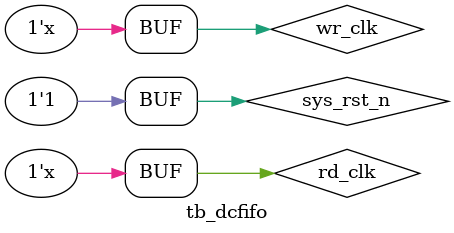
<source format=v>
`timescale  1ns/1ns
module  tb_dcfifo();

reg             wr_clk     ;
reg             wr_req     ;
reg     [7:0]   wr_data    ;
reg             rd_clk     ;
reg             rd_req     ;
                         
wire            wr_full    ;
wire            wr_empty   ;
wire    [8:0]   wr_usedw   ;
wire            rd_full    ;
wire            rd_empty   ;
wire    [7:0]   rd_usedw   ;
wire    [15:0]  rd_data    ;

reg             sys_rst_n  ;

initial begin

    wr_clk = 1'b1;
    rd_clk = 1'b1;
    sys_rst_n <= 1'b0;
    #20
    sys_rst_n <= 1'b1;

end

always #10  wr_clk = ~wr_clk;
always #20  rd_clk = ~rd_clk;

reg     [1:0]   cnt;

reg            wrfull_reg0    ;
reg            wrfull_reg1    ;


always@(posedge wr_clk or negedge sys_rst_n)
    if(sys_rst_n == 1'b0)
        cnt <= 2'd0;
    else    if(cnt == 2'd3)
        cnt <= 2'd0;
    else
        cnt <= cnt + 1'b1;
        
always@(posedge wr_clk or negedge sys_rst_n)
    if(sys_rst_n == 1'b0)        
        wr_req <= 1'b0;
    else    if(cnt == 2'd0 && rd_req == 1'b0)
        wr_req <= 1'b1;
    else
        wr_req <= 1'b0;
        
always@(posedge wr_clk or negedge sys_rst_n)
    if(sys_rst_n == 1'b0)          
        wr_data <= 8'd0;
    else    if(wr_data == 8'd255 && wr_req == 1'b1)
        wr_data <= 8'd0;
    else    if(wr_req == 1'b1)
        wr_data <= wr_data + 1'b1;

always@(posedge wr_clk or negedge sys_rst_n)
    if(sys_rst_n == 1'b0)  
        begin
            wrfull_reg0 <= 1'b0;
            wrfull_reg1 <= 1'b0;
           
        end
    else
        begin
            wrfull_reg0 <= wr_full    ;
            wrfull_reg1 <= wrfull_reg0;
            
        end
        
always@(posedge rd_clk or negedge sys_rst_n)
    if(sys_rst_n == 1'b0)    
        rd_req <= 1'b0;
    else    if(rd_empty == 1'b1)
        rd_req <= 1'b0;
    else    if(wrfull_reg1 == 1'b1)
        rd_req <= 1'b1;
        


  
dcfifo  dcfifo_inst
(
    .wr_clk      (wr_clk  ),
    .wr_req      (wr_req  ),
    .wr_data     (wr_data ),
    .rd_clk      (rd_clk  ),
    .rd_req      (rd_req  ),
   
    .wr_full     (wr_full ),
    .wr_empty    (wr_empty),
    .wr_usedw    (wr_usedw),
    .rd_full     (rd_full ),
    .rd_empty    (rd_empty),
    .rd_usedw    (rd_usedw),
    .rd_data     (rd_data )


);


endmodule
</source>
